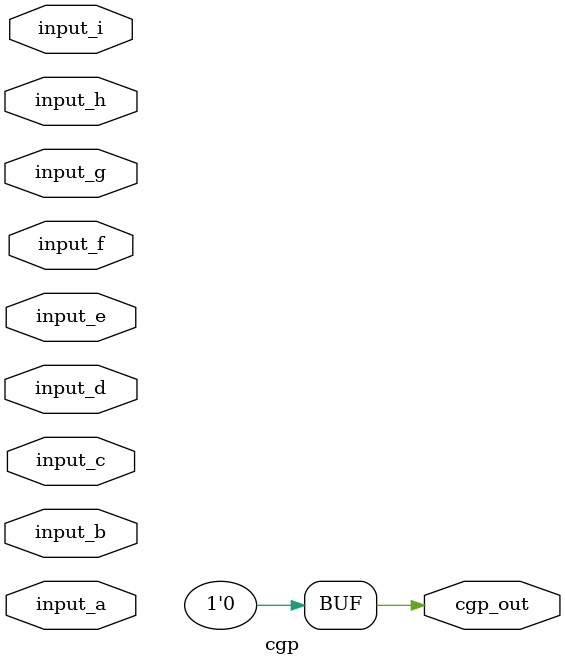
<source format=v>
module cgp(input [1:0] input_a, input [1:0] input_b, input [1:0] input_c, input [1:0] input_d, input [1:0] input_e, input [1:0] input_f, input [1:0] input_g, input [1:0] input_h, input [1:0] input_i, output [0:0] cgp_out);
  wire cgp_core_021;
  wire cgp_core_024;
  wire cgp_core_026;
  wire cgp_core_027;
  wire cgp_core_028;
  wire cgp_core_030;
  wire cgp_core_032;
  wire cgp_core_034;
  wire cgp_core_036;
  wire cgp_core_037;
  wire cgp_core_038;
  wire cgp_core_039;
  wire cgp_core_040;
  wire cgp_core_041;
  wire cgp_core_045;
  wire cgp_core_046;
  wire cgp_core_047_not;
  wire cgp_core_050;
  wire cgp_core_051;
  wire cgp_core_052;
  wire cgp_core_054;
  wire cgp_core_055;
  wire cgp_core_056;
  wire cgp_core_057;
  wire cgp_core_060;
  wire cgp_core_061;
  wire cgp_core_062;
  wire cgp_core_066;
  wire cgp_core_068;
  wire cgp_core_069;
  wire cgp_core_071;
  wire cgp_core_072;
  wire cgp_core_073_not;
  wire cgp_core_076;
  wire cgp_core_078;
  wire cgp_core_079;
  wire cgp_core_081;
  wire cgp_core_082;
  wire cgp_core_084;
  wire cgp_core_085;
  wire cgp_core_086_not;
  wire cgp_core_088;
  wire cgp_core_090;
  wire cgp_core_091;
  wire cgp_core_092_not;
  wire cgp_core_093;
  wire cgp_core_096;
  wire cgp_core_097;
  wire cgp_core_098;
  wire cgp_core_099;
  wire cgp_core_100_not;
  wire cgp_core_101;
  wire cgp_core_102;
  wire cgp_core_103;
  wire cgp_core_105;

  assign cgp_core_021 = ~(input_g[0] ^ input_c[1]);
  assign cgp_core_024 = ~(input_d[1] | cgp_core_021);
  assign cgp_core_026 = input_f[1] ^ input_d[1];
  assign cgp_core_027 = input_b[1] ^ input_i[1];
  assign cgp_core_028 = input_e[0] & input_c[1];
  assign cgp_core_030 = input_i[0] & input_e[0];
  assign cgp_core_032 = input_f[0] ^ cgp_core_028;
  assign cgp_core_034 = ~(input_b[0] ^ input_a[1]);
  assign cgp_core_036 = ~(input_a[1] | input_h[0]);
  assign cgp_core_037 = ~input_h[1];
  assign cgp_core_038 = ~(input_b[0] ^ input_d[0]);
  assign cgp_core_039 = ~(input_h[0] | input_c[0]);
  assign cgp_core_040 = ~(input_e[1] & cgp_core_037);
  assign cgp_core_041 = ~(input_e[0] & input_h[0]);
  assign cgp_core_045 = ~(input_c[0] & input_e[1]);
  assign cgp_core_046 = ~(input_d[0] & input_d[1]);
  assign cgp_core_047_not = ~input_b[0];
  assign cgp_core_050 = input_e[1] | input_b[0];
  assign cgp_core_051 = cgp_core_041 & input_b[0];
  assign cgp_core_052 = input_a[0] & input_e[0];
  assign cgp_core_054 = ~(input_g[1] ^ input_f[0]);
  assign cgp_core_055 = input_f[1] | input_g[0];
  assign cgp_core_056 = input_d[1] ^ input_a[1];
  assign cgp_core_057 = input_c[1] | input_i[0];
  assign cgp_core_060 = ~input_g[1];
  assign cgp_core_061 = ~(input_d[0] | input_c[0]);
  assign cgp_core_062 = input_d[1] ^ input_d[1];
  assign cgp_core_066 = input_c[0] ^ input_e[0];
  assign cgp_core_068 = input_h[0] ^ input_b[0];
  assign cgp_core_069 = input_i[1] & input_h[1];
  assign cgp_core_071 = ~input_g[0];
  assign cgp_core_072 = ~(input_h[1] & input_c[0]);
  assign cgp_core_073_not = ~input_c[0];
  assign cgp_core_076 = input_g[1] & input_c[0];
  assign cgp_core_078 = ~(input_h[0] & input_h[0]);
  assign cgp_core_079 = ~(input_i[1] & input_g[0]);
  assign cgp_core_081 = ~input_b[1];
  assign cgp_core_082 = input_c[0] | input_c[1];
  assign cgp_core_084 = ~(input_h[1] & input_e[1]);
  assign cgp_core_085 = input_e[0] & input_f[0];
  assign cgp_core_086_not = ~input_a[1];
  assign cgp_core_088 = ~(input_d[1] & input_b[1]);
  assign cgp_core_090 = input_g[1] ^ input_e[1];
  assign cgp_core_091 = input_e[0] ^ input_f[0];
  assign cgp_core_092_not = ~input_b[1];
  assign cgp_core_093 = ~(input_d[1] ^ cgp_core_092_not);
  assign cgp_core_096 = ~(input_d[1] ^ input_f[0]);
  assign cgp_core_097 = ~input_e[1];
  assign cgp_core_098 = input_h[1] ^ input_c[1];
  assign cgp_core_099 = input_a[1] | input_c[0];
  assign cgp_core_100_not = ~input_b[1];
  assign cgp_core_101 = input_d[1] & cgp_core_096;
  assign cgp_core_102 = ~(input_b[1] & cgp_core_068);
  assign cgp_core_103 = ~(input_f[1] & input_c[1]);
  assign cgp_core_105 = ~(input_d[0] & cgp_core_068);

  assign cgp_out[0] = 1'b0;
endmodule
</source>
